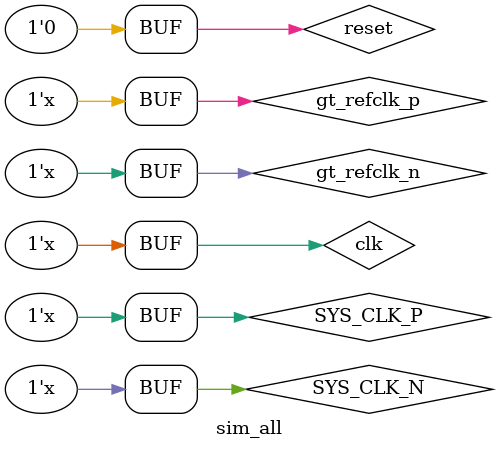
<source format=v>
`timescale 1ns / 1ps


module sim_all;
reg  clk;
reg  reset;
reg gt_refclk_p;
reg gt_refclk_n;
reg SYS_CLK_P;
reg SYS_CLK_N;


wire gt_rxp_in_0;
wire gt_rxn_in_0;
wire gt_txp_out_0;
wire gt_txn_out_0;
  my_project my_project(
    .gt_rxp_in_0(gt_rxp_in_0),
    .gt_rxn_in_0(gt_rxn_in_0),
    .gt_txp_out_0(gt_txp_out_0),
    .gt_txn_out_0(gt_txn_out_0),
    .gt_rxp_in_1(),
    .gt_rxn_in_1(),
    .gt_txp_out_1(),
    .gt_txn_out_1(),
    .gt_rxp_in_2(),
    .gt_rxn_in_2(),
    .gt_txp_out_2(),
    .gt_txn_out_2(),
    .gt_rxp_in_3(gt_txp_out_0),
    .gt_rxn_in_3(gt_txn_out_0),
    .gt_txp_out_3(gt_rxp_in_0),
    .gt_txn_out_3(gt_rxn_in_0),

    .sys_reset(reset),
    .gt_refclk_p(gt_refclk_p),
    .gt_refclk_n(gt_refclk_n),
    .SYS_CLK_P(SYS_CLK_P),
    .SYS_CLK_N(SYS_CLK_N)
    );

initial begin
    reset = 1'b1;
    clk = 1'b1;
    gt_refclk_p = 1'b1;
    gt_refclk_n = 1'b0;
    SYS_CLK_P = 1'b1;
    SYS_CLK_N = 1'b0;

#640
    reset = 1'b0;



end
always #3.2 clk = ~clk;
always #3.2 gt_refclk_p = ~gt_refclk_p;
always #3.2 gt_refclk_n = ~gt_refclk_n;
always #3.2 SYS_CLK_P = ~SYS_CLK_P;
always #3.2 SYS_CLK_N = ~SYS_CLK_N;
endmodule

</source>
